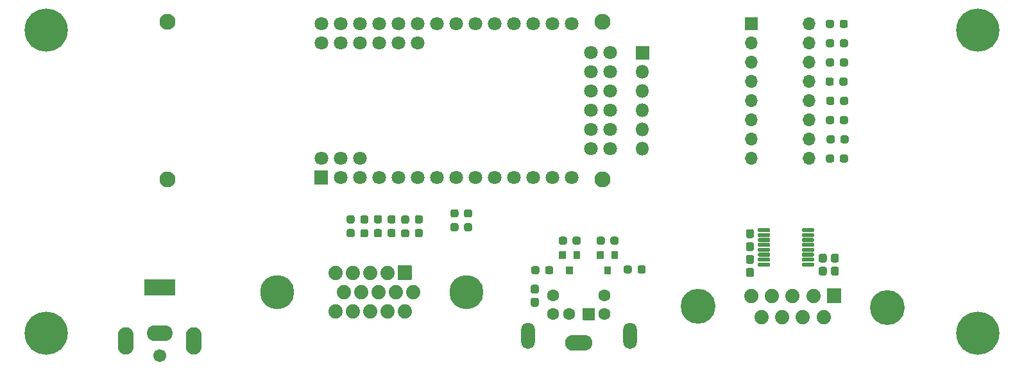
<source format=gbs>
G04 #@! TF.GenerationSoftware,KiCad,Pcbnew,5.1.9-1.fc33*
G04 #@! TF.CreationDate,2021-03-16T11:41:12-04:00*
G04 #@! TF.ProjectId,terminal,7465726d-696e-4616-9c2e-6b696361645f,rev?*
G04 #@! TF.SameCoordinates,Original*
G04 #@! TF.FileFunction,Soldermask,Bot*
G04 #@! TF.FilePolarity,Negative*
%FSLAX46Y46*%
G04 Gerber Fmt 4.6, Leading zero omitted, Abs format (unit mm)*
G04 Created by KiCad (PCBNEW 5.1.9-1.fc33) date 2021-03-16 11:41:12*
%MOMM*%
%LPD*%
G01*
G04 APERTURE LIST*
%ADD10C,1.701600*%
%ADD11O,2.101600X3.601600*%
%ADD12O,3.401600X2.101600*%
%ADD13C,1.886600*%
%ADD14C,4.601600*%
%ADD15O,3.601600X2.101600*%
%ADD16C,1.601600*%
%ADD17O,1.801600X3.501600*%
%ADD18C,4.501600*%
%ADD19C,2.101600*%
%ADD20C,1.801600*%
%ADD21O,1.801600X1.801600*%
%ADD22O,1.701600X1.701600*%
%ADD23C,5.701600*%
G04 APERTURE END LIST*
D10*
G04 #@! TO.C,J5*
X51000000Y-147000000D03*
D11*
X55500000Y-145000000D03*
X46500000Y-145000000D03*
D12*
X51000000Y-144000000D03*
G36*
G01*
X48949200Y-139000000D02*
X48949200Y-137000000D01*
G75*
G02*
X49000000Y-136949200I50800J0D01*
G01*
X53000000Y-136949200D01*
G75*
G02*
X53050800Y-137000000I0J-50800D01*
G01*
X53050800Y-139000000D01*
G75*
G02*
X53000000Y-139050800I-50800J0D01*
G01*
X49000000Y-139050800D01*
G75*
G02*
X48949200Y-139000000I0J50800D01*
G01*
G37*
G04 #@! TD*
D13*
G04 #@! TO.C,J3*
X130411000Y-141920000D03*
X133151000Y-141920000D03*
X135891000Y-141920000D03*
X138631000Y-141920000D03*
X131781000Y-139080000D03*
X134521000Y-139080000D03*
X137261000Y-139080000D03*
G36*
G01*
X139057700Y-139972500D02*
X139057700Y-138187500D01*
G75*
G02*
X139108500Y-138136700I50800J0D01*
G01*
X140893500Y-138136700D01*
G75*
G02*
X140944300Y-138187500I0J-50800D01*
G01*
X140944300Y-139972500D01*
G75*
G02*
X140893500Y-140023300I-50800J0D01*
G01*
X139108500Y-140023300D01*
G75*
G02*
X139057700Y-139972500I0J50800D01*
G01*
G37*
X129041000Y-139080000D03*
D14*
X147016000Y-140601600D03*
X122026000Y-140500000D03*
G04 #@! TD*
D15*
G04 #@! TO.C,J2*
X106327000Y-145300000D03*
D16*
X109727000Y-141500000D03*
G36*
G01*
X108427800Y-140750000D02*
X108427800Y-142250000D01*
G75*
G02*
X108377000Y-142300800I-50800J0D01*
G01*
X106877000Y-142300800D01*
G75*
G02*
X106826200Y-142250000I0J50800D01*
G01*
X106826200Y-140750000D01*
G75*
G02*
X106877000Y-140699200I50800J0D01*
G01*
X108377000Y-140699200D01*
G75*
G02*
X108427800Y-140750000I0J-50800D01*
G01*
G37*
X105027000Y-141500000D03*
X102927000Y-141500000D03*
X109727000Y-139000000D03*
X102927000Y-139000000D03*
D17*
X113077000Y-144400000D03*
X99577000Y-144400000D03*
G04 #@! TD*
D18*
G04 #@! TO.C,J1*
X91495000Y-138570000D03*
X66505000Y-138570000D03*
D13*
X74170000Y-141110000D03*
X76460000Y-141110000D03*
X78750000Y-141110000D03*
X81040000Y-141110000D03*
X83330000Y-141110000D03*
X75315000Y-138570000D03*
X77605000Y-138570000D03*
X79895000Y-138570000D03*
X82185000Y-138570000D03*
X84475000Y-138570000D03*
X74170000Y-136030000D03*
X76460000Y-136030000D03*
X78750000Y-136030000D03*
X81040000Y-136030000D03*
G36*
G01*
X82386700Y-136922500D02*
X82386700Y-135137500D01*
G75*
G02*
X82437500Y-135086700I50800J0D01*
G01*
X84222500Y-135086700D01*
G75*
G02*
X84273300Y-135137500I0J-50800D01*
G01*
X84273300Y-136922500D01*
G75*
G02*
X84222500Y-136973300I-50800J0D01*
G01*
X82437500Y-136973300D01*
G75*
G02*
X82386700Y-136922500I0J50800D01*
G01*
G37*
G04 #@! TD*
D19*
G04 #@! TO.C,U1*
X52066200Y-102865586D03*
X109444800Y-102865586D03*
X109444800Y-123704000D03*
X52066200Y-123704000D03*
D20*
X110410000Y-106940000D03*
X110410000Y-109480000D03*
X110410000Y-112020000D03*
X110410000Y-114560000D03*
X110410000Y-117100000D03*
X110410000Y-119640000D03*
X107870000Y-106940000D03*
X107870000Y-109480000D03*
X107870000Y-112020000D03*
X107870000Y-114560000D03*
X107870000Y-117100000D03*
X107870000Y-119640000D03*
X105330000Y-103130000D03*
X102790000Y-103130000D03*
X100250000Y-103130000D03*
X97710000Y-103130000D03*
X95170000Y-103130000D03*
X92630000Y-103130000D03*
X90090000Y-103130000D03*
X87550000Y-103130000D03*
X85010000Y-103130000D03*
X82470000Y-103130000D03*
X79930000Y-103130000D03*
X77390000Y-103130000D03*
X74850000Y-103130000D03*
X72310000Y-103130000D03*
X85010000Y-105670000D03*
X82470000Y-105670000D03*
X79930000Y-105670000D03*
X77390000Y-105670000D03*
X74850000Y-105670000D03*
X72310000Y-105670000D03*
X77390000Y-120910000D03*
X74850000Y-120910000D03*
X72310000Y-120910000D03*
X105330000Y-123450000D03*
X102790000Y-123450000D03*
X100250000Y-123450000D03*
X97710000Y-123450000D03*
X95170000Y-123450000D03*
X92630000Y-123450000D03*
X90090000Y-123450000D03*
X87550000Y-123450000D03*
X85010000Y-123450000D03*
X82470000Y-123450000D03*
X79930000Y-123450000D03*
X77390000Y-123450000D03*
G36*
G01*
X73160000Y-124350800D02*
X71460000Y-124350800D01*
G75*
G02*
X71409200Y-124300000I0J50800D01*
G01*
X71409200Y-122600000D01*
G75*
G02*
X71460000Y-122549200I50800J0D01*
G01*
X73160000Y-122549200D01*
G75*
G02*
X73210800Y-122600000I0J-50800D01*
G01*
X73210800Y-124300000D01*
G75*
G02*
X73160000Y-124350800I-50800J0D01*
G01*
G37*
X74850000Y-123450000D03*
G04 #@! TD*
G04 #@! TO.C,Q1*
G36*
G01*
X108750000Y-133199200D02*
X109550000Y-133199200D01*
G75*
G02*
X109600800Y-133250000I0J-50800D01*
G01*
X109600800Y-134150000D01*
G75*
G02*
X109550000Y-134200800I-50800J0D01*
G01*
X108750000Y-134200800D01*
G75*
G02*
X108699200Y-134150000I0J50800D01*
G01*
X108699200Y-133250000D01*
G75*
G02*
X108750000Y-133199200I50800J0D01*
G01*
G37*
G36*
G01*
X110650000Y-133199200D02*
X111450000Y-133199200D01*
G75*
G02*
X111500800Y-133250000I0J-50800D01*
G01*
X111500800Y-134150000D01*
G75*
G02*
X111450000Y-134200800I-50800J0D01*
G01*
X110650000Y-134200800D01*
G75*
G02*
X110599200Y-134150000I0J50800D01*
G01*
X110599200Y-133250000D01*
G75*
G02*
X110650000Y-133199200I50800J0D01*
G01*
G37*
G36*
G01*
X109700000Y-135199200D02*
X110500000Y-135199200D01*
G75*
G02*
X110550800Y-135250000I0J-50800D01*
G01*
X110550800Y-136150000D01*
G75*
G02*
X110500000Y-136200800I-50800J0D01*
G01*
X109700000Y-136200800D01*
G75*
G02*
X109649200Y-136150000I0J50800D01*
G01*
X109649200Y-135250000D01*
G75*
G02*
X109700000Y-135199200I50800J0D01*
G01*
G37*
G04 #@! TD*
G04 #@! TO.C,Q2*
G36*
G01*
X104700000Y-135199200D02*
X105500000Y-135199200D01*
G75*
G02*
X105550800Y-135250000I0J-50800D01*
G01*
X105550800Y-136150000D01*
G75*
G02*
X105500000Y-136200800I-50800J0D01*
G01*
X104700000Y-136200800D01*
G75*
G02*
X104649200Y-136150000I0J50800D01*
G01*
X104649200Y-135250000D01*
G75*
G02*
X104700000Y-135199200I50800J0D01*
G01*
G37*
G36*
G01*
X105650000Y-133199200D02*
X106450000Y-133199200D01*
G75*
G02*
X106500800Y-133250000I0J-50800D01*
G01*
X106500800Y-134150000D01*
G75*
G02*
X106450000Y-134200800I-50800J0D01*
G01*
X105650000Y-134200800D01*
G75*
G02*
X105599200Y-134150000I0J50800D01*
G01*
X105599200Y-133250000D01*
G75*
G02*
X105650000Y-133199200I50800J0D01*
G01*
G37*
G36*
G01*
X103750000Y-133199200D02*
X104550000Y-133199200D01*
G75*
G02*
X104600800Y-133250000I0J-50800D01*
G01*
X104600800Y-134150000D01*
G75*
G02*
X104550000Y-134200800I-50800J0D01*
G01*
X103750000Y-134200800D01*
G75*
G02*
X103699200Y-134150000I0J50800D01*
G01*
X103699200Y-133250000D01*
G75*
G02*
X103750000Y-133199200I50800J0D01*
G01*
G37*
G04 #@! TD*
G04 #@! TO.C,C1*
G36*
G01*
X138762900Y-136413300D02*
X138237100Y-136413300D01*
G75*
G02*
X137974200Y-136150400I0J262900D01*
G01*
X137974200Y-135499600D01*
G75*
G02*
X138237100Y-135236700I262900J0D01*
G01*
X138762900Y-135236700D01*
G75*
G02*
X139025800Y-135499600I0J-262900D01*
G01*
X139025800Y-136150400D01*
G75*
G02*
X138762900Y-136413300I-262900J0D01*
G01*
G37*
G36*
G01*
X138762900Y-134688300D02*
X138237100Y-134688300D01*
G75*
G02*
X137974200Y-134425400I0J262900D01*
G01*
X137974200Y-133774600D01*
G75*
G02*
X138237100Y-133511700I262900J0D01*
G01*
X138762900Y-133511700D01*
G75*
G02*
X139025800Y-133774600I0J-262900D01*
G01*
X139025800Y-134425400D01*
G75*
G02*
X138762900Y-134688300I-262900J0D01*
G01*
G37*
G04 #@! TD*
G04 #@! TO.C,C2*
G36*
G01*
X140362900Y-134688300D02*
X139837100Y-134688300D01*
G75*
G02*
X139574200Y-134425400I0J262900D01*
G01*
X139574200Y-133774600D01*
G75*
G02*
X139837100Y-133511700I262900J0D01*
G01*
X140362900Y-133511700D01*
G75*
G02*
X140625800Y-133774600I0J-262900D01*
G01*
X140625800Y-134425400D01*
G75*
G02*
X140362900Y-134688300I-262900J0D01*
G01*
G37*
G36*
G01*
X140362900Y-136413300D02*
X139837100Y-136413300D01*
G75*
G02*
X139574200Y-136150400I0J262900D01*
G01*
X139574200Y-135499600D01*
G75*
G02*
X139837100Y-135236700I262900J0D01*
G01*
X140362900Y-135236700D01*
G75*
G02*
X140625800Y-135499600I0J-262900D01*
G01*
X140625800Y-136150400D01*
G75*
G02*
X140362900Y-136413300I-262900J0D01*
G01*
G37*
G04 #@! TD*
G04 #@! TO.C,C3*
G36*
G01*
X100237100Y-137611700D02*
X100762900Y-137611700D01*
G75*
G02*
X101025800Y-137874600I0J-262900D01*
G01*
X101025800Y-138525400D01*
G75*
G02*
X100762900Y-138788300I-262900J0D01*
G01*
X100237100Y-138788300D01*
G75*
G02*
X99974200Y-138525400I0J262900D01*
G01*
X99974200Y-137874600D01*
G75*
G02*
X100237100Y-137611700I262900J0D01*
G01*
G37*
G36*
G01*
X100237100Y-139336700D02*
X100762900Y-139336700D01*
G75*
G02*
X101025800Y-139599600I0J-262900D01*
G01*
X101025800Y-140250400D01*
G75*
G02*
X100762900Y-140513300I-262900J0D01*
G01*
X100237100Y-140513300D01*
G75*
G02*
X99974200Y-140250400I0J262900D01*
G01*
X99974200Y-139599600D01*
G75*
G02*
X100237100Y-139336700I262900J0D01*
G01*
G37*
G04 #@! TD*
G04 #@! TO.C,C4*
G36*
G01*
X129162900Y-134863300D02*
X128637100Y-134863300D01*
G75*
G02*
X128374200Y-134600400I0J262900D01*
G01*
X128374200Y-133949600D01*
G75*
G02*
X128637100Y-133686700I262900J0D01*
G01*
X129162900Y-133686700D01*
G75*
G02*
X129425800Y-133949600I0J-262900D01*
G01*
X129425800Y-134600400D01*
G75*
G02*
X129162900Y-134863300I-262900J0D01*
G01*
G37*
G36*
G01*
X129162900Y-136588300D02*
X128637100Y-136588300D01*
G75*
G02*
X128374200Y-136325400I0J262900D01*
G01*
X128374200Y-135674600D01*
G75*
G02*
X128637100Y-135411700I262900J0D01*
G01*
X129162900Y-135411700D01*
G75*
G02*
X129425800Y-135674600I0J-262900D01*
G01*
X129425800Y-136325400D01*
G75*
G02*
X129162900Y-136588300I-262900J0D01*
G01*
G37*
G04 #@! TD*
G04 #@! TO.C,C5*
G36*
G01*
X129162900Y-133188300D02*
X128637100Y-133188300D01*
G75*
G02*
X128374200Y-132925400I0J262900D01*
G01*
X128374200Y-132274600D01*
G75*
G02*
X128637100Y-132011700I262900J0D01*
G01*
X129162900Y-132011700D01*
G75*
G02*
X129425800Y-132274600I0J-262900D01*
G01*
X129425800Y-132925400D01*
G75*
G02*
X129162900Y-133188300I-262900J0D01*
G01*
G37*
G36*
G01*
X129162900Y-131463300D02*
X128637100Y-131463300D01*
G75*
G02*
X128374200Y-131200400I0J262900D01*
G01*
X128374200Y-130549600D01*
G75*
G02*
X128637100Y-130286700I262900J0D01*
G01*
X129162900Y-130286700D01*
G75*
G02*
X129425800Y-130549600I0J-262900D01*
G01*
X129425800Y-131200400D01*
G75*
G02*
X129162900Y-131463300I-262900J0D01*
G01*
G37*
G04 #@! TD*
G04 #@! TO.C,J4*
G36*
G01*
X113799200Y-107830000D02*
X113799200Y-106130000D01*
G75*
G02*
X113850000Y-106079200I50800J0D01*
G01*
X115550000Y-106079200D01*
G75*
G02*
X115600800Y-106130000I0J-50800D01*
G01*
X115600800Y-107830000D01*
G75*
G02*
X115550000Y-107880800I-50800J0D01*
G01*
X113850000Y-107880800D01*
G75*
G02*
X113799200Y-107830000I0J50800D01*
G01*
G37*
D21*
X114700000Y-109520000D03*
X114700000Y-112060000D03*
X114700000Y-114600000D03*
X114700000Y-117140000D03*
X114700000Y-119680000D03*
G04 #@! TD*
G04 #@! TO.C,R1*
G36*
G01*
X83662900Y-131363300D02*
X83137100Y-131363300D01*
G75*
G02*
X82874200Y-131100400I0J262900D01*
G01*
X82874200Y-130549600D01*
G75*
G02*
X83137100Y-130286700I262900J0D01*
G01*
X83662900Y-130286700D01*
G75*
G02*
X83925800Y-130549600I0J-262900D01*
G01*
X83925800Y-131100400D01*
G75*
G02*
X83662900Y-131363300I-262900J0D01*
G01*
G37*
G36*
G01*
X83662900Y-129538300D02*
X83137100Y-129538300D01*
G75*
G02*
X82874200Y-129275400I0J262900D01*
G01*
X82874200Y-128724600D01*
G75*
G02*
X83137100Y-128461700I262900J0D01*
G01*
X83662900Y-128461700D01*
G75*
G02*
X83925800Y-128724600I0J-262900D01*
G01*
X83925800Y-129275400D01*
G75*
G02*
X83662900Y-129538300I-262900J0D01*
G01*
G37*
G04 #@! TD*
G04 #@! TO.C,R2*
G36*
G01*
X85462900Y-129513300D02*
X84937100Y-129513300D01*
G75*
G02*
X84674200Y-129250400I0J262900D01*
G01*
X84674200Y-128699600D01*
G75*
G02*
X84937100Y-128436700I262900J0D01*
G01*
X85462900Y-128436700D01*
G75*
G02*
X85725800Y-128699600I0J-262900D01*
G01*
X85725800Y-129250400D01*
G75*
G02*
X85462900Y-129513300I-262900J0D01*
G01*
G37*
G36*
G01*
X85462900Y-131338300D02*
X84937100Y-131338300D01*
G75*
G02*
X84674200Y-131075400I0J262900D01*
G01*
X84674200Y-130524600D01*
G75*
G02*
X84937100Y-130261700I262900J0D01*
G01*
X85462900Y-130261700D01*
G75*
G02*
X85725800Y-130524600I0J-262900D01*
G01*
X85725800Y-131075400D01*
G75*
G02*
X85462900Y-131338300I-262900J0D01*
G01*
G37*
G04 #@! TD*
G04 #@! TO.C,R3*
G36*
G01*
X80062900Y-131338300D02*
X79537100Y-131338300D01*
G75*
G02*
X79274200Y-131075400I0J262900D01*
G01*
X79274200Y-130524600D01*
G75*
G02*
X79537100Y-130261700I262900J0D01*
G01*
X80062900Y-130261700D01*
G75*
G02*
X80325800Y-130524600I0J-262900D01*
G01*
X80325800Y-131075400D01*
G75*
G02*
X80062900Y-131338300I-262900J0D01*
G01*
G37*
G36*
G01*
X80062900Y-129513300D02*
X79537100Y-129513300D01*
G75*
G02*
X79274200Y-129250400I0J262900D01*
G01*
X79274200Y-128699600D01*
G75*
G02*
X79537100Y-128436700I262900J0D01*
G01*
X80062900Y-128436700D01*
G75*
G02*
X80325800Y-128699600I0J-262900D01*
G01*
X80325800Y-129250400D01*
G75*
G02*
X80062900Y-129513300I-262900J0D01*
G01*
G37*
G04 #@! TD*
G04 #@! TO.C,R4*
G36*
G01*
X81862900Y-129513300D02*
X81337100Y-129513300D01*
G75*
G02*
X81074200Y-129250400I0J262900D01*
G01*
X81074200Y-128699600D01*
G75*
G02*
X81337100Y-128436700I262900J0D01*
G01*
X81862900Y-128436700D01*
G75*
G02*
X82125800Y-128699600I0J-262900D01*
G01*
X82125800Y-129250400D01*
G75*
G02*
X81862900Y-129513300I-262900J0D01*
G01*
G37*
G36*
G01*
X81862900Y-131338300D02*
X81337100Y-131338300D01*
G75*
G02*
X81074200Y-131075400I0J262900D01*
G01*
X81074200Y-130524600D01*
G75*
G02*
X81337100Y-130261700I262900J0D01*
G01*
X81862900Y-130261700D01*
G75*
G02*
X82125800Y-130524600I0J-262900D01*
G01*
X82125800Y-131075400D01*
G75*
G02*
X81862900Y-131338300I-262900J0D01*
G01*
G37*
G04 #@! TD*
G04 #@! TO.C,R5*
G36*
G01*
X76462900Y-131338300D02*
X75937100Y-131338300D01*
G75*
G02*
X75674200Y-131075400I0J262900D01*
G01*
X75674200Y-130524600D01*
G75*
G02*
X75937100Y-130261700I262900J0D01*
G01*
X76462900Y-130261700D01*
G75*
G02*
X76725800Y-130524600I0J-262900D01*
G01*
X76725800Y-131075400D01*
G75*
G02*
X76462900Y-131338300I-262900J0D01*
G01*
G37*
G36*
G01*
X76462900Y-129513300D02*
X75937100Y-129513300D01*
G75*
G02*
X75674200Y-129250400I0J262900D01*
G01*
X75674200Y-128699600D01*
G75*
G02*
X75937100Y-128436700I262900J0D01*
G01*
X76462900Y-128436700D01*
G75*
G02*
X76725800Y-128699600I0J-262900D01*
G01*
X76725800Y-129250400D01*
G75*
G02*
X76462900Y-129513300I-262900J0D01*
G01*
G37*
G04 #@! TD*
G04 #@! TO.C,R6*
G36*
G01*
X78262900Y-129538300D02*
X77737100Y-129538300D01*
G75*
G02*
X77474200Y-129275400I0J262900D01*
G01*
X77474200Y-128724600D01*
G75*
G02*
X77737100Y-128461700I262900J0D01*
G01*
X78262900Y-128461700D01*
G75*
G02*
X78525800Y-128724600I0J-262900D01*
G01*
X78525800Y-129275400D01*
G75*
G02*
X78262900Y-129538300I-262900J0D01*
G01*
G37*
G36*
G01*
X78262900Y-131363300D02*
X77737100Y-131363300D01*
G75*
G02*
X77474200Y-131100400I0J262900D01*
G01*
X77474200Y-130549600D01*
G75*
G02*
X77737100Y-130286700I262900J0D01*
G01*
X78262900Y-130286700D01*
G75*
G02*
X78525800Y-130549600I0J-262900D01*
G01*
X78525800Y-131100400D01*
G75*
G02*
X78262900Y-131363300I-262900J0D01*
G01*
G37*
G04 #@! TD*
G04 #@! TO.C,R7*
G36*
G01*
X113313300Y-135337100D02*
X113313300Y-135862900D01*
G75*
G02*
X113050400Y-136125800I-262900J0D01*
G01*
X112499600Y-136125800D01*
G75*
G02*
X112236700Y-135862900I0J262900D01*
G01*
X112236700Y-135337100D01*
G75*
G02*
X112499600Y-135074200I262900J0D01*
G01*
X113050400Y-135074200D01*
G75*
G02*
X113313300Y-135337100I0J-262900D01*
G01*
G37*
G36*
G01*
X115138300Y-135337100D02*
X115138300Y-135862900D01*
G75*
G02*
X114875400Y-136125800I-262900J0D01*
G01*
X114324600Y-136125800D01*
G75*
G02*
X114061700Y-135862900I0J262900D01*
G01*
X114061700Y-135337100D01*
G75*
G02*
X114324600Y-135074200I262900J0D01*
G01*
X114875400Y-135074200D01*
G75*
G02*
X115138300Y-135337100I0J-262900D01*
G01*
G37*
G04 #@! TD*
G04 #@! TO.C,R8*
G36*
G01*
X108661700Y-132062900D02*
X108661700Y-131537100D01*
G75*
G02*
X108924600Y-131274200I262900J0D01*
G01*
X109475400Y-131274200D01*
G75*
G02*
X109738300Y-131537100I0J-262900D01*
G01*
X109738300Y-132062900D01*
G75*
G02*
X109475400Y-132325800I-262900J0D01*
G01*
X108924600Y-132325800D01*
G75*
G02*
X108661700Y-132062900I0J262900D01*
G01*
G37*
G36*
G01*
X110486700Y-132062900D02*
X110486700Y-131537100D01*
G75*
G02*
X110749600Y-131274200I262900J0D01*
G01*
X111300400Y-131274200D01*
G75*
G02*
X111563300Y-131537100I0J-262900D01*
G01*
X111563300Y-132062900D01*
G75*
G02*
X111300400Y-132325800I-262900J0D01*
G01*
X110749600Y-132325800D01*
G75*
G02*
X110486700Y-132062900I0J262900D01*
G01*
G37*
G04 #@! TD*
G04 #@! TO.C,R9*
G36*
G01*
X105486700Y-132062900D02*
X105486700Y-131537100D01*
G75*
G02*
X105749600Y-131274200I262900J0D01*
G01*
X106300400Y-131274200D01*
G75*
G02*
X106563300Y-131537100I0J-262900D01*
G01*
X106563300Y-132062900D01*
G75*
G02*
X106300400Y-132325800I-262900J0D01*
G01*
X105749600Y-132325800D01*
G75*
G02*
X105486700Y-132062900I0J262900D01*
G01*
G37*
G36*
G01*
X103661700Y-132062900D02*
X103661700Y-131537100D01*
G75*
G02*
X103924600Y-131274200I262900J0D01*
G01*
X104475400Y-131274200D01*
G75*
G02*
X104738300Y-131537100I0J-262900D01*
G01*
X104738300Y-132062900D01*
G75*
G02*
X104475400Y-132325800I-262900J0D01*
G01*
X103924600Y-132325800D01*
G75*
G02*
X103661700Y-132062900I0J262900D01*
G01*
G37*
G04 #@! TD*
G04 #@! TO.C,R10*
G36*
G01*
X100036700Y-135962900D02*
X100036700Y-135437100D01*
G75*
G02*
X100299600Y-135174200I262900J0D01*
G01*
X100850400Y-135174200D01*
G75*
G02*
X101113300Y-135437100I0J-262900D01*
G01*
X101113300Y-135962900D01*
G75*
G02*
X100850400Y-136225800I-262900J0D01*
G01*
X100299600Y-136225800D01*
G75*
G02*
X100036700Y-135962900I0J262900D01*
G01*
G37*
G36*
G01*
X101861700Y-135962900D02*
X101861700Y-135437100D01*
G75*
G02*
X102124600Y-135174200I262900J0D01*
G01*
X102675400Y-135174200D01*
G75*
G02*
X102938300Y-135437100I0J-262900D01*
G01*
X102938300Y-135962900D01*
G75*
G02*
X102675400Y-136225800I-262900J0D01*
G01*
X102124600Y-136225800D01*
G75*
G02*
X101861700Y-135962900I0J262900D01*
G01*
G37*
G04 #@! TD*
G04 #@! TO.C,R11*
G36*
G01*
X139983300Y-102897100D02*
X139983300Y-103422900D01*
G75*
G02*
X139720400Y-103685800I-262900J0D01*
G01*
X139169600Y-103685800D01*
G75*
G02*
X138906700Y-103422900I0J262900D01*
G01*
X138906700Y-102897100D01*
G75*
G02*
X139169600Y-102634200I262900J0D01*
G01*
X139720400Y-102634200D01*
G75*
G02*
X139983300Y-102897100I0J-262900D01*
G01*
G37*
G36*
G01*
X141808300Y-102897100D02*
X141808300Y-103422900D01*
G75*
G02*
X141545400Y-103685800I-262900J0D01*
G01*
X140994600Y-103685800D01*
G75*
G02*
X140731700Y-103422900I0J262900D01*
G01*
X140731700Y-102897100D01*
G75*
G02*
X140994600Y-102634200I262900J0D01*
G01*
X141545400Y-102634200D01*
G75*
G02*
X141808300Y-102897100I0J-262900D01*
G01*
G37*
G04 #@! TD*
G04 #@! TO.C,R12*
G36*
G01*
X141830800Y-105437100D02*
X141830800Y-105962900D01*
G75*
G02*
X141567900Y-106225800I-262900J0D01*
G01*
X141017100Y-106225800D01*
G75*
G02*
X140754200Y-105962900I0J262900D01*
G01*
X140754200Y-105437100D01*
G75*
G02*
X141017100Y-105174200I262900J0D01*
G01*
X141567900Y-105174200D01*
G75*
G02*
X141830800Y-105437100I0J-262900D01*
G01*
G37*
G36*
G01*
X140005800Y-105437100D02*
X140005800Y-105962900D01*
G75*
G02*
X139742900Y-106225800I-262900J0D01*
G01*
X139192100Y-106225800D01*
G75*
G02*
X138929200Y-105962900I0J262900D01*
G01*
X138929200Y-105437100D01*
G75*
G02*
X139192100Y-105174200I262900J0D01*
G01*
X139742900Y-105174200D01*
G75*
G02*
X140005800Y-105437100I0J-262900D01*
G01*
G37*
G04 #@! TD*
G04 #@! TO.C,R13*
G36*
G01*
X141833300Y-107977100D02*
X141833300Y-108502900D01*
G75*
G02*
X141570400Y-108765800I-262900J0D01*
G01*
X141019600Y-108765800D01*
G75*
G02*
X140756700Y-108502900I0J262900D01*
G01*
X140756700Y-107977100D01*
G75*
G02*
X141019600Y-107714200I262900J0D01*
G01*
X141570400Y-107714200D01*
G75*
G02*
X141833300Y-107977100I0J-262900D01*
G01*
G37*
G36*
G01*
X140008300Y-107977100D02*
X140008300Y-108502900D01*
G75*
G02*
X139745400Y-108765800I-262900J0D01*
G01*
X139194600Y-108765800D01*
G75*
G02*
X138931700Y-108502900I0J262900D01*
G01*
X138931700Y-107977100D01*
G75*
G02*
X139194600Y-107714200I262900J0D01*
G01*
X139745400Y-107714200D01*
G75*
G02*
X140008300Y-107977100I0J-262900D01*
G01*
G37*
G04 #@! TD*
G04 #@! TO.C,R14*
G36*
G01*
X139945800Y-110517100D02*
X139945800Y-111042900D01*
G75*
G02*
X139682900Y-111305800I-262900J0D01*
G01*
X139132100Y-111305800D01*
G75*
G02*
X138869200Y-111042900I0J262900D01*
G01*
X138869200Y-110517100D01*
G75*
G02*
X139132100Y-110254200I262900J0D01*
G01*
X139682900Y-110254200D01*
G75*
G02*
X139945800Y-110517100I0J-262900D01*
G01*
G37*
G36*
G01*
X141770800Y-110517100D02*
X141770800Y-111042900D01*
G75*
G02*
X141507900Y-111305800I-262900J0D01*
G01*
X140957100Y-111305800D01*
G75*
G02*
X140694200Y-111042900I0J262900D01*
G01*
X140694200Y-110517100D01*
G75*
G02*
X140957100Y-110254200I262900J0D01*
G01*
X141507900Y-110254200D01*
G75*
G02*
X141770800Y-110517100I0J-262900D01*
G01*
G37*
G04 #@! TD*
G04 #@! TO.C,R15*
G36*
G01*
X141863300Y-113057100D02*
X141863300Y-113582900D01*
G75*
G02*
X141600400Y-113845800I-262900J0D01*
G01*
X141049600Y-113845800D01*
G75*
G02*
X140786700Y-113582900I0J262900D01*
G01*
X140786700Y-113057100D01*
G75*
G02*
X141049600Y-112794200I262900J0D01*
G01*
X141600400Y-112794200D01*
G75*
G02*
X141863300Y-113057100I0J-262900D01*
G01*
G37*
G36*
G01*
X140038300Y-113057100D02*
X140038300Y-113582900D01*
G75*
G02*
X139775400Y-113845800I-262900J0D01*
G01*
X139224600Y-113845800D01*
G75*
G02*
X138961700Y-113582900I0J262900D01*
G01*
X138961700Y-113057100D01*
G75*
G02*
X139224600Y-112794200I262900J0D01*
G01*
X139775400Y-112794200D01*
G75*
G02*
X140038300Y-113057100I0J-262900D01*
G01*
G37*
G04 #@! TD*
G04 #@! TO.C,R16*
G36*
G01*
X140008300Y-115597100D02*
X140008300Y-116122900D01*
G75*
G02*
X139745400Y-116385800I-262900J0D01*
G01*
X139194600Y-116385800D01*
G75*
G02*
X138931700Y-116122900I0J262900D01*
G01*
X138931700Y-115597100D01*
G75*
G02*
X139194600Y-115334200I262900J0D01*
G01*
X139745400Y-115334200D01*
G75*
G02*
X140008300Y-115597100I0J-262900D01*
G01*
G37*
G36*
G01*
X141833300Y-115597100D02*
X141833300Y-116122900D01*
G75*
G02*
X141570400Y-116385800I-262900J0D01*
G01*
X141019600Y-116385800D01*
G75*
G02*
X140756700Y-116122900I0J262900D01*
G01*
X140756700Y-115597100D01*
G75*
G02*
X141019600Y-115334200I262900J0D01*
G01*
X141570400Y-115334200D01*
G75*
G02*
X141833300Y-115597100I0J-262900D01*
G01*
G37*
G04 #@! TD*
G04 #@! TO.C,R17*
G36*
G01*
X141910800Y-118137100D02*
X141910800Y-118662900D01*
G75*
G02*
X141647900Y-118925800I-262900J0D01*
G01*
X141097100Y-118925800D01*
G75*
G02*
X140834200Y-118662900I0J262900D01*
G01*
X140834200Y-118137100D01*
G75*
G02*
X141097100Y-117874200I262900J0D01*
G01*
X141647900Y-117874200D01*
G75*
G02*
X141910800Y-118137100I0J-262900D01*
G01*
G37*
G36*
G01*
X140085800Y-118137100D02*
X140085800Y-118662900D01*
G75*
G02*
X139822900Y-118925800I-262900J0D01*
G01*
X139272100Y-118925800D01*
G75*
G02*
X139009200Y-118662900I0J262900D01*
G01*
X139009200Y-118137100D01*
G75*
G02*
X139272100Y-117874200I262900J0D01*
G01*
X139822900Y-117874200D01*
G75*
G02*
X140085800Y-118137100I0J-262900D01*
G01*
G37*
G04 #@! TD*
G04 #@! TO.C,R18*
G36*
G01*
X140008300Y-120677100D02*
X140008300Y-121202900D01*
G75*
G02*
X139745400Y-121465800I-262900J0D01*
G01*
X139194600Y-121465800D01*
G75*
G02*
X138931700Y-121202900I0J262900D01*
G01*
X138931700Y-120677100D01*
G75*
G02*
X139194600Y-120414200I262900J0D01*
G01*
X139745400Y-120414200D01*
G75*
G02*
X140008300Y-120677100I0J-262900D01*
G01*
G37*
G36*
G01*
X141833300Y-120677100D02*
X141833300Y-121202900D01*
G75*
G02*
X141570400Y-121465800I-262900J0D01*
G01*
X141019600Y-121465800D01*
G75*
G02*
X140756700Y-121202900I0J262900D01*
G01*
X140756700Y-120677100D01*
G75*
G02*
X141019600Y-120414200I262900J0D01*
G01*
X141570400Y-120414200D01*
G75*
G02*
X141833300Y-120677100I0J-262900D01*
G01*
G37*
G04 #@! TD*
G04 #@! TO.C,SW1*
G36*
G01*
X128219200Y-103960000D02*
X128219200Y-102360000D01*
G75*
G02*
X128270000Y-102309200I50800J0D01*
G01*
X129870000Y-102309200D01*
G75*
G02*
X129920800Y-102360000I0J-50800D01*
G01*
X129920800Y-103960000D01*
G75*
G02*
X129870000Y-104010800I-50800J0D01*
G01*
X128270000Y-104010800D01*
G75*
G02*
X128219200Y-103960000I0J50800D01*
G01*
G37*
D22*
X136690000Y-120940000D03*
X129070000Y-105700000D03*
X136690000Y-118400000D03*
X129070000Y-108240000D03*
X136690000Y-115860000D03*
X129070000Y-110780000D03*
X136690000Y-113320000D03*
X129070000Y-113320000D03*
X136690000Y-110780000D03*
X129070000Y-115860000D03*
X136690000Y-108240000D03*
X129070000Y-118400000D03*
X136690000Y-105700000D03*
X129070000Y-120940000D03*
X136690000Y-103160000D03*
G04 #@! TD*
G04 #@! TO.C,U2*
G36*
G01*
X135749200Y-135092900D02*
X135749200Y-134817100D01*
G75*
G02*
X135887100Y-134679200I137900J0D01*
G01*
X137212900Y-134679200D01*
G75*
G02*
X137350800Y-134817100I0J-137900D01*
G01*
X137350800Y-135092900D01*
G75*
G02*
X137212900Y-135230800I-137900J0D01*
G01*
X135887100Y-135230800D01*
G75*
G02*
X135749200Y-135092900I0J137900D01*
G01*
G37*
G36*
G01*
X135749200Y-134442900D02*
X135749200Y-134167100D01*
G75*
G02*
X135887100Y-134029200I137900J0D01*
G01*
X137212900Y-134029200D01*
G75*
G02*
X137350800Y-134167100I0J-137900D01*
G01*
X137350800Y-134442900D01*
G75*
G02*
X137212900Y-134580800I-137900J0D01*
G01*
X135887100Y-134580800D01*
G75*
G02*
X135749200Y-134442900I0J137900D01*
G01*
G37*
G36*
G01*
X135749200Y-133792900D02*
X135749200Y-133517100D01*
G75*
G02*
X135887100Y-133379200I137900J0D01*
G01*
X137212900Y-133379200D01*
G75*
G02*
X137350800Y-133517100I0J-137900D01*
G01*
X137350800Y-133792900D01*
G75*
G02*
X137212900Y-133930800I-137900J0D01*
G01*
X135887100Y-133930800D01*
G75*
G02*
X135749200Y-133792900I0J137900D01*
G01*
G37*
G36*
G01*
X135749200Y-133142900D02*
X135749200Y-132867100D01*
G75*
G02*
X135887100Y-132729200I137900J0D01*
G01*
X137212900Y-132729200D01*
G75*
G02*
X137350800Y-132867100I0J-137900D01*
G01*
X137350800Y-133142900D01*
G75*
G02*
X137212900Y-133280800I-137900J0D01*
G01*
X135887100Y-133280800D01*
G75*
G02*
X135749200Y-133142900I0J137900D01*
G01*
G37*
G36*
G01*
X135749200Y-132492900D02*
X135749200Y-132217100D01*
G75*
G02*
X135887100Y-132079200I137900J0D01*
G01*
X137212900Y-132079200D01*
G75*
G02*
X137350800Y-132217100I0J-137900D01*
G01*
X137350800Y-132492900D01*
G75*
G02*
X137212900Y-132630800I-137900J0D01*
G01*
X135887100Y-132630800D01*
G75*
G02*
X135749200Y-132492900I0J137900D01*
G01*
G37*
G36*
G01*
X135749200Y-131842900D02*
X135749200Y-131567100D01*
G75*
G02*
X135887100Y-131429200I137900J0D01*
G01*
X137212900Y-131429200D01*
G75*
G02*
X137350800Y-131567100I0J-137900D01*
G01*
X137350800Y-131842900D01*
G75*
G02*
X137212900Y-131980800I-137900J0D01*
G01*
X135887100Y-131980800D01*
G75*
G02*
X135749200Y-131842900I0J137900D01*
G01*
G37*
G36*
G01*
X135749200Y-131192900D02*
X135749200Y-130917100D01*
G75*
G02*
X135887100Y-130779200I137900J0D01*
G01*
X137212900Y-130779200D01*
G75*
G02*
X137350800Y-130917100I0J-137900D01*
G01*
X137350800Y-131192900D01*
G75*
G02*
X137212900Y-131330800I-137900J0D01*
G01*
X135887100Y-131330800D01*
G75*
G02*
X135749200Y-131192900I0J137900D01*
G01*
G37*
G36*
G01*
X135749200Y-130542900D02*
X135749200Y-130267100D01*
G75*
G02*
X135887100Y-130129200I137900J0D01*
G01*
X137212900Y-130129200D01*
G75*
G02*
X137350800Y-130267100I0J-137900D01*
G01*
X137350800Y-130542900D01*
G75*
G02*
X137212900Y-130680800I-137900J0D01*
G01*
X135887100Y-130680800D01*
G75*
G02*
X135749200Y-130542900I0J137900D01*
G01*
G37*
G36*
G01*
X129949200Y-130542900D02*
X129949200Y-130267100D01*
G75*
G02*
X130087100Y-130129200I137900J0D01*
G01*
X131412900Y-130129200D01*
G75*
G02*
X131550800Y-130267100I0J-137900D01*
G01*
X131550800Y-130542900D01*
G75*
G02*
X131412900Y-130680800I-137900J0D01*
G01*
X130087100Y-130680800D01*
G75*
G02*
X129949200Y-130542900I0J137900D01*
G01*
G37*
G36*
G01*
X129949200Y-131192900D02*
X129949200Y-130917100D01*
G75*
G02*
X130087100Y-130779200I137900J0D01*
G01*
X131412900Y-130779200D01*
G75*
G02*
X131550800Y-130917100I0J-137900D01*
G01*
X131550800Y-131192900D01*
G75*
G02*
X131412900Y-131330800I-137900J0D01*
G01*
X130087100Y-131330800D01*
G75*
G02*
X129949200Y-131192900I0J137900D01*
G01*
G37*
G36*
G01*
X129949200Y-131842900D02*
X129949200Y-131567100D01*
G75*
G02*
X130087100Y-131429200I137900J0D01*
G01*
X131412900Y-131429200D01*
G75*
G02*
X131550800Y-131567100I0J-137900D01*
G01*
X131550800Y-131842900D01*
G75*
G02*
X131412900Y-131980800I-137900J0D01*
G01*
X130087100Y-131980800D01*
G75*
G02*
X129949200Y-131842900I0J137900D01*
G01*
G37*
G36*
G01*
X129949200Y-132492900D02*
X129949200Y-132217100D01*
G75*
G02*
X130087100Y-132079200I137900J0D01*
G01*
X131412900Y-132079200D01*
G75*
G02*
X131550800Y-132217100I0J-137900D01*
G01*
X131550800Y-132492900D01*
G75*
G02*
X131412900Y-132630800I-137900J0D01*
G01*
X130087100Y-132630800D01*
G75*
G02*
X129949200Y-132492900I0J137900D01*
G01*
G37*
G36*
G01*
X129949200Y-133142900D02*
X129949200Y-132867100D01*
G75*
G02*
X130087100Y-132729200I137900J0D01*
G01*
X131412900Y-132729200D01*
G75*
G02*
X131550800Y-132867100I0J-137900D01*
G01*
X131550800Y-133142900D01*
G75*
G02*
X131412900Y-133280800I-137900J0D01*
G01*
X130087100Y-133280800D01*
G75*
G02*
X129949200Y-133142900I0J137900D01*
G01*
G37*
G36*
G01*
X129949200Y-133792900D02*
X129949200Y-133517100D01*
G75*
G02*
X130087100Y-133379200I137900J0D01*
G01*
X131412900Y-133379200D01*
G75*
G02*
X131550800Y-133517100I0J-137900D01*
G01*
X131550800Y-133792900D01*
G75*
G02*
X131412900Y-133930800I-137900J0D01*
G01*
X130087100Y-133930800D01*
G75*
G02*
X129949200Y-133792900I0J137900D01*
G01*
G37*
G36*
G01*
X129949200Y-134442900D02*
X129949200Y-134167100D01*
G75*
G02*
X130087100Y-134029200I137900J0D01*
G01*
X131412900Y-134029200D01*
G75*
G02*
X131550800Y-134167100I0J-137900D01*
G01*
X131550800Y-134442900D01*
G75*
G02*
X131412900Y-134580800I-137900J0D01*
G01*
X130087100Y-134580800D01*
G75*
G02*
X129949200Y-134442900I0J137900D01*
G01*
G37*
G36*
G01*
X129949200Y-135092900D02*
X129949200Y-134817100D01*
G75*
G02*
X130087100Y-134679200I137900J0D01*
G01*
X131412900Y-134679200D01*
G75*
G02*
X131550800Y-134817100I0J-137900D01*
G01*
X131550800Y-135092900D01*
G75*
G02*
X131412900Y-135230800I-137900J0D01*
G01*
X130087100Y-135230800D01*
G75*
G02*
X129949200Y-135092900I0J137900D01*
G01*
G37*
G04 #@! TD*
G04 #@! TO.C,R19*
G36*
G01*
X89637100Y-129474200D02*
X90162900Y-129474200D01*
G75*
G02*
X90425800Y-129737100I0J-262900D01*
G01*
X90425800Y-130287900D01*
G75*
G02*
X90162900Y-130550800I-262900J0D01*
G01*
X89637100Y-130550800D01*
G75*
G02*
X89374200Y-130287900I0J262900D01*
G01*
X89374200Y-129737100D01*
G75*
G02*
X89637100Y-129474200I262900J0D01*
G01*
G37*
G36*
G01*
X89637100Y-127649200D02*
X90162900Y-127649200D01*
G75*
G02*
X90425800Y-127912100I0J-262900D01*
G01*
X90425800Y-128462900D01*
G75*
G02*
X90162900Y-128725800I-262900J0D01*
G01*
X89637100Y-128725800D01*
G75*
G02*
X89374200Y-128462900I0J262900D01*
G01*
X89374200Y-127912100D01*
G75*
G02*
X89637100Y-127649200I262900J0D01*
G01*
G37*
G04 #@! TD*
G04 #@! TO.C,R20*
G36*
G01*
X91437100Y-127661700D02*
X91962900Y-127661700D01*
G75*
G02*
X92225800Y-127924600I0J-262900D01*
G01*
X92225800Y-128475400D01*
G75*
G02*
X91962900Y-128738300I-262900J0D01*
G01*
X91437100Y-128738300D01*
G75*
G02*
X91174200Y-128475400I0J262900D01*
G01*
X91174200Y-127924600D01*
G75*
G02*
X91437100Y-127661700I262900J0D01*
G01*
G37*
G36*
G01*
X91437100Y-129486700D02*
X91962900Y-129486700D01*
G75*
G02*
X92225800Y-129749600I0J-262900D01*
G01*
X92225800Y-130300400D01*
G75*
G02*
X91962900Y-130563300I-262900J0D01*
G01*
X91437100Y-130563300D01*
G75*
G02*
X91174200Y-130300400I0J262900D01*
G01*
X91174200Y-129749600D01*
G75*
G02*
X91437100Y-129486700I262900J0D01*
G01*
G37*
G04 #@! TD*
D23*
G04 #@! TO.C,H1*
X36000000Y-144000000D03*
G04 #@! TD*
G04 #@! TO.C,H2*
X159000000Y-144000000D03*
G04 #@! TD*
G04 #@! TO.C,H3*
X36000000Y-104000000D03*
G04 #@! TD*
G04 #@! TO.C,H4*
X159000000Y-104000000D03*
G04 #@! TD*
M02*

</source>
